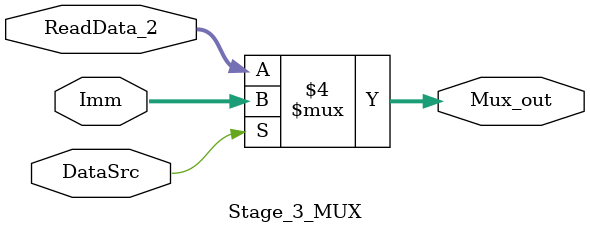
<source format=v>
`timescale 1ns / 1ps

module Stage_3(WriteSelect_S2,
					ReadData_1,
					ReadData_2,
					Imm,
					DataSrc,
					ALUOp,
					WriteSelect_S3,
					ALUOut,
					Clk, Reset
    );
//Inputs--------------------------------------------
	input	[4:0] 	WriteSelect_S2;
	input	[31:0] 	ReadData_1, ReadData_2, Imm;	//MUX inputs
	input				DataSrc;
	input	[2:0]		ALUOp;
	input Clk, Reset;
//Outputs-------------------------------------------
	output reg	[4:0]		WriteSelect_S3;
	output reg	[31:0]	ALUOut;
//Wires---------------------------------------------
	wire 	[31:0] 	Mux_out;
	wire	[31:0]	R1;
//Code----------------------------------------------
	
	//MUX: Choose Imm or ReadData_2
	Stage_3_MUX	M1	(DataSrc, Imm, ReadData_2, Mux_out);
	//Call ALU to perform operation
	parameter ALUsize = 32;
	
	ALU_Nbit	#(ALUsize) A32(R1, ReadData_1, Mux_out, ALUOp);
	
	//Outputs by the clock
	always @(posedge Clk)
	if (Reset)
		begin
			ALUOut <= 0;
			WriteSelect_S3 <= 0;
		end
		
		else
		begin
			ALUOut <= R1;
			WriteSelect_S3 <= WriteSelect_S2;
		end
	
endmodule

//MUX Module used in Stage 3
module Stage_3_MUX (DataSrc, Imm, ReadData_2, Mux_out
	);
//Inputs---------------------------------
	input [31:0] Imm, ReadData_2;
	input DataSrc;
//Outputs--------------------------------
	output reg	[31:0] Mux_out;
//Code-----------------------------------
	always @(DataSrc or Imm or ReadData_2)
	begin
		if (DataSrc == 0)
			Mux_out <= ReadData_2;
		else
			Mux_out <= Imm;
	end
endmodule 

</source>
